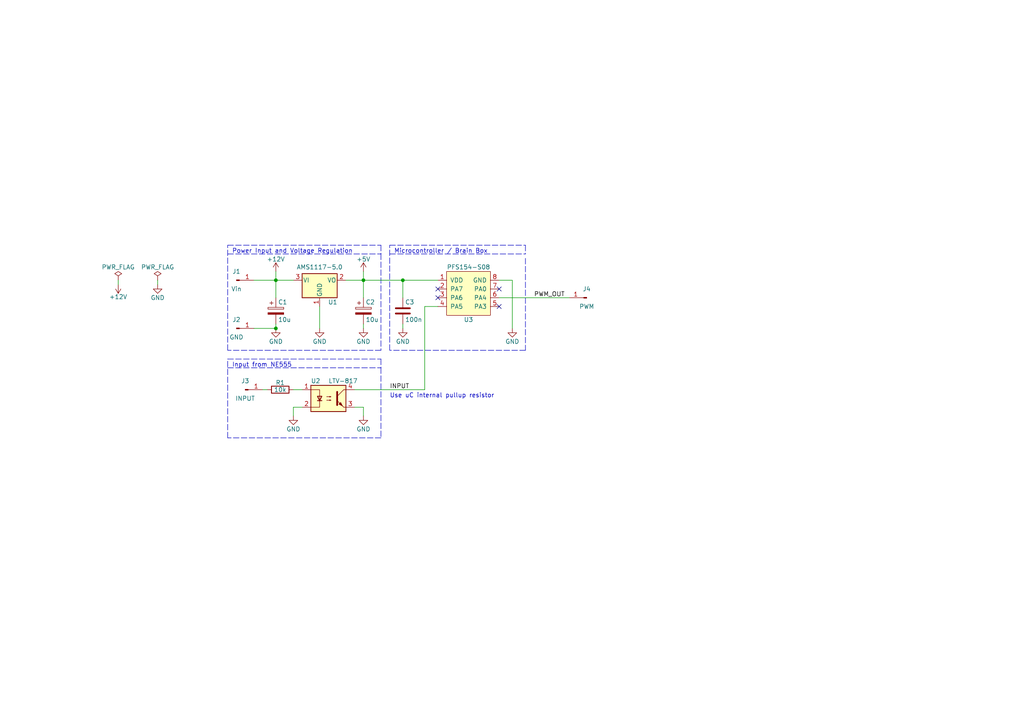
<source format=kicad_sch>
(kicad_sch (version 20211123) (generator eeschema)
  (paper "A4")
  (lib_symbols
    (symbol "Connector:Conn_01x01_Male" (pin_names (offset 1.016) hide)
      (property "Reference" "J" (at 0 2.54 0))
      (property "Value" "Conn_01x01_Male" (at 0 -2.54 0))
      (symbol "Conn_01x01_Male_1_1"
        (polyline (pts (xy 1.27 0) (xy 0.8636 0)) (stroke (width 0.1524)))
        (rectangle (start 0.8636 0.127) (end 0 -0.127) (stroke (width 0.1524)) (fill (type outline)))
        (pin passive line (at 5.08 0 180) (length 3.81) (name "Pin_1") (number "1"))
      )
    )
    (symbol "Device:C" (pin_numbers hide) (pin_names (offset 0.254))
      (property "Reference" "C" (at 0.635 2.54 0))
      (property "Value" "C" (at 0.635 -2.54 0))
      (symbol "C_0_1"
        (polyline (pts (xy -2.032 -0.762) (xy 2.032 -0.762)) (stroke (width 0.508)))
        (polyline (pts (xy -2.032 0.762) (xy 2.032 0.762)) (stroke (width 0.508)))
      )
      (symbol "C_1_1"
        (pin passive line (at 0 3.81 270) (length 2.794) (name "~") (number "1"))
        (pin passive line (at 0 -3.81 90) (length 2.794) (name "~") (number "2"))
      )
    )
    (symbol "Device:C_Polarized" (pin_numbers hide) (pin_names (offset 0.254))
      (property "Reference" "C" (at 0.635 2.54 0))
      (property "Value" "C_Polarized" (at 0.635 -2.54 0))
      (symbol "C_Polarized_0_1"
        (rectangle (start -2.286 0.508) (end 2.286 1.016))
        (polyline (pts (xy -1.778 2.286) (xy -0.762 2.286)))
        (polyline (pts (xy -1.27 2.794) (xy -1.27 1.778)))
        (rectangle (start 2.286 -0.508) (end -2.286 -1.016) (fill (type outline)))
      )
      (symbol "C_Polarized_1_1"
        (pin passive line (at 0 3.81 270) (length 2.794) (name "~") (number "1"))
        (pin passive line (at 0 -3.81 90) (length 2.794) (name "~") (number "2"))
      )
    )
    (symbol "Device:R" (pin_numbers hide) (pin_names (offset 0))
      (property "Reference" "R" (at 2.032 0 90))
      (property "Value" "R" (at 0 0 90))
      (symbol "R_0_1"
        (rectangle (start -1.016 -2.54) (end 1.016 2.54) (stroke (width 0.254)))
      )
      (symbol "R_1_1"
        (pin passive line (at 0 3.81 270) (length 1.27) (name "~") (number "1"))
        (pin passive line (at 0 -3.81 90) (length 1.27) (name "~") (number "2"))
      )
    )
    (symbol "Isolator:LTV-817" (pin_names (offset 1.016))
      (property "Reference" "U" (at -5.08 5.08 0))
      (property "Value" "LTV-817" (at 0 5.08 0))
      (symbol "LTV-817_0_1"
        (rectangle (start -5.08 3.81) (end 5.08 -3.81) (stroke (width 0.254)) (fill (type background)))
        (polyline (pts (xy -3.175 -0.635) (xy -1.905 -0.635)) (stroke (width 0.254)))
        (polyline (pts (xy 2.54 0.635) (xy 4.445 2.54)))
        (polyline (pts (xy 4.445 -2.54) (xy 2.54 -0.635)) (fill (type outline)))
        (polyline (pts (xy 4.445 -2.54) (xy 5.08 -2.54)))
        (polyline (pts (xy 4.445 2.54) (xy 5.08 2.54)))
        (polyline (pts (xy -5.08 2.54) (xy -2.54 2.54) (xy -2.54 -0.762)))
        (polyline (pts (xy -2.54 -0.635) (xy -2.54 -2.54) (xy -5.08 -2.54)))
        (polyline (pts (xy 2.54 1.905) (xy 2.54 -1.905) (xy 2.54 -1.905)) (stroke (width 0.508)))
        (polyline (pts (xy -2.54 -0.635) (xy -3.175 0.635) (xy -1.905 0.635) (xy -2.54 -0.635)) (stroke (width 0.254)))
        (polyline (pts (xy -0.508 -0.508) (xy 0.762 -0.508) (xy 0.381 -0.635) (xy 0.381 -0.381) (xy 0.762 -0.508)))
        (polyline (pts (xy -0.508 0.508) (xy 0.762 0.508) (xy 0.381 0.381) (xy 0.381 0.635) (xy 0.762 0.508)))
        (polyline (pts (xy 3.048 -1.651) (xy 3.556 -1.143) (xy 4.064 -2.159) (xy 3.048 -1.651) (xy 3.048 -1.651)) (fill (type outline)))
      )
      (symbol "LTV-817_1_1"
        (pin passive line (at -7.62 2.54 0) (length 2.54) (name "~") (number "1"))
        (pin passive line (at -7.62 -2.54 0) (length 2.54) (name "~") (number "2"))
        (pin passive line (at 7.62 -2.54 180) (length 2.54) (name "~") (number "3"))
        (pin passive line (at 7.62 2.54 180) (length 2.54) (name "~") (number "4"))
      )
    )
    (symbol "Padauk:PFS154-S08" (pin_names (offset 1.016))
      (property "Reference" "U" (at 0 -7.62 0))
      (property "Value" "PFS154-S08" (at 0 7.62 0))
      (symbol "PFS154-S08_0_1"
        (rectangle (start -6.35 6.35) (end 6.35 -6.35) (fill (type background)))
      )
      (symbol "PFS154-S08_1_1"
        (pin input line (at -8.89 3.81 0) (length 2.54) (name "VDD") (number "1"))
        (pin input line (at -8.89 1.27 0) (length 2.54) (name "PA7") (number "2"))
        (pin input line (at -8.89 -1.27 0) (length 2.54) (name "PA6") (number "3"))
        (pin input line (at -8.89 -3.81 0) (length 2.54) (name "PA5") (number "4"))
        (pin input line (at 8.89 -3.81 180) (length 2.54) (name "PA3") (number "5"))
        (pin input line (at 8.89 -1.27 180) (length 2.54) (name "PA4") (number "6"))
        (pin input line (at 8.89 1.27 180) (length 2.54) (name "PA0") (number "7"))
        (pin input line (at 8.89 3.81 180) (length 2.54) (name "GND") (number "8"))
      )
    )
    (symbol "Regulator_Linear:AMS1117-5.0" (pin_names (offset 0.254))
      (property "Reference" "U" (at -3.81 3.175 0))
      (property "Value" "AMS1117-5.0" (at 0 3.175 0))
      (symbol "AMS1117-5.0_0_1"
        (rectangle (start -5.08 -5.08) (end 5.08 1.905) (stroke (width 0.254)) (fill (type background)))
      )
      (symbol "AMS1117-5.0_1_1"
        (pin power_in line (at 0 -7.62 90) (length 2.54) (name "GND") (number "1"))
        (pin power_out line (at 7.62 0 180) (length 2.54) (name "VO") (number "2"))
        (pin power_in line (at -7.62 0 0) (length 2.54) (name "VI") (number "3"))
      )
    )
    (symbol "power:+12V" (power) (pin_names (offset 0))
      (property "Value" "+12V" (at 0 3.556 0))
      (symbol "+12V_0_1"
        (polyline (pts (xy -0.762 1.27) (xy 0 2.54)))
        (polyline (pts (xy 0 0) (xy 0 2.54)))
        (polyline (pts (xy 0 2.54) (xy 0.762 1.27)))
      )
      (symbol "+12V_1_1"
        (pin power_in line (at 0 0 90) (length 0) hide (name "+12V") (number "1"))
      )
    )
    (symbol "power:+5V" (power) (pin_names (offset 0))
      (property "Value" "+5V" (at 0 3.556 0))
      (symbol "+5V_0_1"
        (polyline (pts (xy -0.762 1.27) (xy 0 2.54)))
        (polyline (pts (xy 0 0) (xy 0 2.54)))
        (polyline (pts (xy 0 2.54) (xy 0.762 1.27)))
      )
      (symbol "+5V_1_1"
        (pin power_in line (at 0 0 90) (length 0) hide (name "+5V") (number "1"))
      )
    )
    (symbol "power:GND" (power) (pin_names (offset 0))
      (property "Value" "GND" (at 0 -3.81 0))
      (symbol "GND_0_1"
        (polyline (pts (xy 0 0) (xy 0 -1.27) (xy 1.27 -1.27) (xy 0 -2.54) (xy -1.27 -1.27) (xy 0 -1.27)))
      )
      (symbol "GND_1_1"
        (pin power_in line (at 0 0 270) (length 0) hide (name "GND") (number "1"))
      )
    )
    (symbol "power:PWR_FLAG" (power) (pin_numbers hide) (pin_names (offset 0) hide)
      (property "Value" "PWR_FLAG" (at 0 3.81 0))
      (symbol "PWR_FLAG_0_0"
        (pin power_out line (at 0 0 90) (length 0) (name "pwr") (number "1"))
      )
      (symbol "PWR_FLAG_0_1"
        (polyline (pts (xy 0 0) (xy 0 1.27) (xy -1.016 1.905) (xy 0 2.54) (xy 1.016 1.905) (xy 0 1.27)))
      )
    )
  )
  (junction (at 80.01 81.28))
  (junction (at 116.84 81.28))
  (junction (at 105.41 81.28))
  (junction (at 80.01 95.25))
  (no_connect (at 144.78 88.9))
  (no_connect (at 144.78 83.82))
  (no_connect (at 127 83.82))
  (no_connect (at 127 86.36))
  (polyline (pts (xy 66.04 104.14) (xy 110.49 104.14)))
  (wire (pts (xy 102.87 118.11) (xy 105.41 118.11)))
  (wire (pts (xy 80.01 93.98) (xy 80.01 95.25)))
  (polyline (pts (xy 110.49 127) (xy 66.04 127)))
  (wire (pts (xy 105.41 78.74) (xy 105.41 81.28)))
  (wire (pts (xy 73.66 81.28) (xy 80.01 81.28)))
  (polyline (pts (xy 113.03 101.6) (xy 113.03 71.12)))
  (wire (pts (xy 34.29 81.28) (xy 34.29 82.55)))
  (wire (pts (xy 123.19 88.9) (xy 123.19 113.03)))
  (polyline (pts (xy 113.03 73.66) (xy 152.4 73.66)))
  (polyline (pts (xy 66.04 73.66) (xy 110.49 73.66)))
  (wire (pts (xy 80.01 78.74) (xy 80.01 81.28)))
  (wire (pts (xy 80.01 86.36) (xy 80.01 81.28)))
  (polyline (pts (xy 110.49 71.12) (xy 110.49 73.66)))
  (wire (pts (xy 92.71 88.9) (xy 92.71 95.25)))
  (wire (pts (xy 87.63 118.11) (xy 85.09 118.11)))
  (wire (pts (xy 116.84 81.28) (xy 116.84 86.36)))
  (wire (pts (xy 102.87 113.03) (xy 123.19 113.03)))
  (wire (pts (xy 148.59 81.28) (xy 148.59 95.25)))
  (wire (pts (xy 45.72 81.28) (xy 45.72 82.55)))
  (wire (pts (xy 144.78 81.28) (xy 148.59 81.28)))
  (polyline (pts (xy 113.03 71.12) (xy 152.4 71.12)))
  (wire (pts (xy 144.78 86.36) (xy 165.1 86.36)))
  (wire (pts (xy 105.41 81.28) (xy 105.41 86.36)))
  (wire (pts (xy 85.09 118.11) (xy 85.09 120.65)))
  (polyline (pts (xy 110.49 106.68) (xy 110.49 127)))
  (polyline (pts (xy 110.49 104.14) (xy 110.49 106.68)))
  (polyline (pts (xy 66.04 106.68) (xy 110.49 106.68)))
  (polyline (pts (xy 110.49 73.66) (xy 110.49 101.6)))
  (wire (pts (xy 105.41 118.11) (xy 105.41 120.65)))
  (polyline (pts (xy 66.04 101.6) (xy 66.04 71.12)))
  (polyline (pts (xy 66.04 127) (xy 66.04 104.14)))
  (wire (pts (xy 116.84 81.28) (xy 127 81.28)))
  (polyline (pts (xy 66.04 71.12) (xy 110.49 71.12)))
  (wire (pts (xy 105.41 93.98) (xy 105.41 95.25)))
  (polyline (pts (xy 152.4 101.6) (xy 113.03 101.6)))
  (wire (pts (xy 76.2 113.03) (xy 77.47 113.03)))
  (polyline (pts (xy 152.4 74.93) (xy 152.4 101.6)))
  (wire (pts (xy 116.84 93.98) (xy 116.84 95.25)))
  (wire (pts (xy 100.33 81.28) (xy 105.41 81.28)))
  (polyline (pts (xy 152.4 71.12) (xy 152.4 73.66)))
  (wire (pts (xy 73.66 95.25) (xy 80.01 95.25)))
  (wire (pts (xy 127 88.9) (xy 123.19 88.9)))
  (polyline (pts (xy 110.49 101.6) (xy 66.04 101.6)))
  (wire (pts (xy 85.09 113.03) (xy 87.63 113.03)))
  (wire (pts (xy 80.01 81.28) (xy 85.09 81.28)))
  (wire (pts (xy 105.41 81.28) (xy 116.84 81.28)))
  (text "Microcontroller / Brain Box" (at 114.3 73.66 0) (effects (font (size 1.27 1.27)) (justify left bottom)))
  (text "Input from NE555" (at 67.31 106.68 0) (effects (font (size 1.27 1.27)) (justify left bottom)))
  (text "Use uC internal pullup resistor" (at 113.03 115.57 0) (effects (font (size 1.27 1.27)) (justify left bottom)))
  (text "Power Input and Voltage Regulation" (at 67.31 73.66 0) (effects (font (size 1.27 1.27)) (justify left bottom)))
  (label "INPUT" (at 113.03 113.03 0))
  (label "PWM_OUT" (at 163.83 86.36 180))
  (symbol (lib_id "Device:C") (at 116.84 90.17 0) (unit 1)
    (property "Reference" "C3" (at 117.475 87.63 0) (effects (justify left)))
    (property "Value" "100n" (at 117.475 92.71 0) (effects (justify left)))
    (property "Footprint" "Capacitor_SMD:C_0603_1608Metric_Pad1.08x0.95mm_HandSolder" (effects hide))
  )
  (symbol (lib_id "Device:C_Polarized") (at 105.41 90.17 0) (unit 1)
    (property "Reference" "C2" (at 106.045 87.63 0) (effects (justify left)))
    (property "Value" "10u" (at 106.045 92.71 0) (effects (justify left)))
    (property "Footprint" "Capacitor_THT:CP_Radial_D5.0mm_P2.50mm" (effects hide))
  )
  (symbol (lib_id "power:GND") (at 148.59 95.25 0) (unit 1)
    (property "Reference" "#PWR010" (effects hide))
    (property "Value" "GND" (at 148.59 99.06 0))
  )
  (symbol (lib_id "power:+5V") (at 105.41 78.74 0) (unit 1)
    (property "Reference" "#PWR05" (effects hide))
    (property "Value" "+5V" (at 105.41 75.184 0))
  )
  (symbol (lib_id "Device:C_Polarized") (at 80.01 90.17 0) (unit 1)
    (property "Reference" "C1" (at 80.645 87.63 0) (effects (justify left)))
    (property "Value" "10u" (at 80.645 92.71 0) (effects (justify left)))
    (property "Footprint" "Capacitor_THT:CP_Radial_D5.0mm_P2.50mm" (effects hide))
  )
  (symbol (lib_id "Connector:Conn_01x01_Male") (at 170.18 86.36 0) (mirror y) (unit 1)
    (property "Reference" "J4" (at 170.18 83.82 0))
    (property "Value" "PWM" (at 170.18 88.9 0))
    (property "Footprint" "Connector_Wire:SolderWire-0.5sqmm_1x01_D0.9mm_OD2.1mm" (effects hide))
  )
  (symbol (lib_id "power:GND") (at 85.09 120.65 0) (unit 1)
    (property "Reference" "#PWR03" (effects hide))
    (property "Value" "GND" (at 85.09 124.46 0))
  )
  (symbol (lib_id "power:+12V") (at 80.01 78.74 0) (unit 1)
    (property "Reference" "#PWR01" (effects hide))
    (property "Value" "+12V" (at 80.01 75.184 0))
  )
  (symbol (lib_id "Connector:Conn_01x01_Male") (at 71.12 113.03 0) (unit 1)
    (property "Reference" "J3" (at 71.12 110.49 0))
    (property "Value" "INPUT" (at 71.12 115.57 0))
    (property "Footprint" "Connector_Wire:SolderWire-0.5sqmm_1x01_D0.9mm_OD2.1mm" (effects hide))
  )
  (symbol (lib_id "power:GND") (at 116.84 95.25 0) (unit 1)
    (property "Reference" "#PWR09" (effects hide))
    (property "Value" "GND" (at 116.84 99.06 0))
  )
  (symbol (lib_id "power:GND") (at 105.41 120.65 0) (unit 1)
    (property "Reference" "#PWR08" (effects hide))
    (property "Value" "GND" (at 105.41 124.46 0))
  )
  (symbol (lib_id "power:GND") (at 105.41 95.25 0) (unit 1)
    (property "Reference" "#PWR06" (effects hide))
    (property "Value" "GND" (at 105.41 99.06 0))
  )
  (symbol (lib_id "Regulator_Linear:AMS1117-5.0") (at 92.71 81.28 0) (unit 1)
    (property "Reference" "U1" (at 96.52 87.63 0))
    (property "Value" "AMS1117-5.0" (at 92.71 77.47 0))
    (property "Footprint" "Package_TO_SOT_SMD:SOT-223-3_TabPin2" (effects hide))
    (property "Datasheet" "http://www.advanced-monolithic.com/pdf/ds1117.pdf" (effects hide))
  )
  (symbol (lib_id "power:PWR_FLAG") (at 45.72 81.28 0) (unit 1)
    (property "Reference" "#FLG0102" (effects hide))
    (property "Value" "PWR_FLAG" (at 45.72 77.47 0))
  )
  (symbol (lib_id "Connector:Conn_01x01_Male") (at 68.58 95.25 0) (unit 1)
    (property "Reference" "J2" (at 68.58 92.71 0))
    (property "Value" "GND" (at 68.58 97.79 0))
    (property "Footprint" "Connector_Wire:SolderWire-0.5sqmm_1x01_D0.9mm_OD2.1mm" (effects hide))
  )
  (symbol (lib_id "power:GND") (at 45.72 82.55 0) (unit 1)
    (property "Reference" "#PWR0102" (effects hide))
    (property "Value" "GND" (at 45.72 86.36 0))
  )
  (symbol (lib_id "Device:R") (at 81.28 113.03 90) (unit 1)
    (property "Reference" "R1" (at 81.28 110.998 90))
    (property "Value" "10k" (at 81.28 113.03 90))
    (property "Footprint" "Resistor_SMD:R_0603_1608Metric_Pad0.98x0.95mm_HandSolder" (effects hide))
  )
  (symbol (lib_id "power:GND") (at 92.71 95.25 0) (unit 1)
    (property "Reference" "#PWR04" (effects hide))
    (property "Value" "GND" (at 92.71 99.06 0))
  )
  (symbol (lib_id "power:GND") (at 80.01 95.25 0) (unit 1)
    (property "Reference" "#PWR02" (effects hide))
    (property "Value" "GND" (at 80.01 99.06 0))
  )
  (symbol (lib_id "Isolator:LTV-817") (at 95.25 115.57 0) (unit 1)
    (property "Reference" "U2" (at 90.17 110.49 0) (effects (justify left)))
    (property "Value" "LTV-817" (at 95.25 110.49 0) (effects (justify left)))
    (property "Footprint" "Package_DIP:DIP-4_W7.62mm" (effects hide))
    (property "Datasheet" "http://www.us.liteon.com/downloads/LTV-817-827-847.PDF" (effects hide))
  )
  (symbol (lib_id "power:+12V") (at 34.29 82.55 180) (unit 1)
    (property "Reference" "#PWR0101" (effects hide))
    (property "Value" "+12V" (at 34.29 86.106 0))
  )
  (symbol (lib_id "Padauk:PFS154-S08") (at 135.89 85.09 0) (unit 1)
    (property "Reference" "U3" (at 135.89 92.71 0))
    (property "Value" "PFS154-S08" (at 135.89 77.47 0))
    (property "Footprint" "Package_SO:SOP-8_3.9x4.9mm_P1.27mm" (effects hide))
  )
  (symbol (lib_id "Connector:Conn_01x01_Male") (at 68.58 81.28 0) (unit 1)
    (property "Reference" "J1" (at 68.58 78.74 0))
    (property "Value" "Vin" (at 68.58 83.82 0))
    (property "Footprint" "Connector_Wire:SolderWire-0.5sqmm_1x01_D0.9mm_OD2.1mm" (effects hide))
  )
  (symbol (lib_id "power:PWR_FLAG") (at 34.29 81.28 0) (unit 1)
    (property "Reference" "#FLG0101" (effects hide))
    (property "Value" "PWR_FLAG" (at 34.29 77.47 0))
  )
)
</source>
